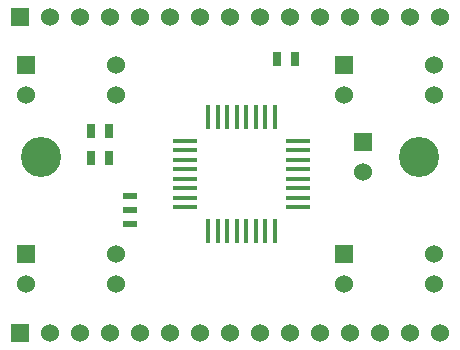
<source format=gts>
G04 (created by PCBNEW (2013-mar-13)-testing) date Mon 29 Sep 2014 05:02:38 PM PDT*
%MOIN*%
G04 Gerber Fmt 3.4, Leading zero omitted, Abs format*
%FSLAX34Y34*%
G01*
G70*
G90*
G04 APERTURE LIST*
%ADD10C,0.005906*%
%ADD11R,0.060000X0.060000*%
%ADD12C,0.060000*%
%ADD13R,0.025000X0.045000*%
%ADD14R,0.078700X0.017700*%
%ADD15R,0.017700X0.078700*%
%ADD16R,0.051200X0.019700*%
%ADD17C,0.133900*%
G04 APERTURE END LIST*
G54D10*
G54D11*
X20559Y-33425D03*
G54D12*
X21559Y-33425D03*
X22559Y-33425D03*
X23559Y-33425D03*
X24559Y-33425D03*
X25559Y-33425D03*
X26559Y-33425D03*
X27559Y-33425D03*
X28559Y-33425D03*
X29559Y-33425D03*
X30559Y-33425D03*
X31559Y-33425D03*
X32559Y-33425D03*
X33559Y-33425D03*
X34559Y-33425D03*
G54D11*
X20559Y-22893D03*
G54D12*
X21559Y-22893D03*
X22559Y-22893D03*
X23559Y-22893D03*
X24559Y-22893D03*
X25559Y-22893D03*
X26559Y-22893D03*
X27559Y-22893D03*
X28559Y-22893D03*
X29559Y-22893D03*
X30559Y-22893D03*
X31559Y-22893D03*
X32559Y-22893D03*
X33559Y-22893D03*
X34559Y-22893D03*
G54D13*
X23528Y-26692D03*
X22928Y-26692D03*
X23528Y-27598D03*
X22928Y-27598D03*
G54D14*
X26056Y-29242D03*
X26056Y-28927D03*
X26056Y-28612D03*
X26056Y-28297D03*
X26056Y-27982D03*
X26056Y-27667D03*
X26056Y-27352D03*
X26056Y-27037D03*
X29822Y-27039D03*
X29822Y-29249D03*
X29822Y-28929D03*
X29822Y-28609D03*
X29822Y-28299D03*
X29822Y-27979D03*
X29822Y-27669D03*
X29822Y-27349D03*
G54D15*
X26840Y-26249D03*
X27154Y-26249D03*
X27470Y-26249D03*
X27784Y-26249D03*
X28100Y-26249D03*
X28414Y-26249D03*
X28730Y-26249D03*
X29044Y-26249D03*
X26842Y-30029D03*
X27152Y-30029D03*
X27472Y-30029D03*
X27782Y-30029D03*
X28092Y-30029D03*
X28412Y-30029D03*
X28732Y-30029D03*
X29052Y-30029D03*
G54D13*
X29129Y-24311D03*
X29729Y-24311D03*
G54D16*
X24212Y-29330D03*
X24212Y-29802D03*
X24212Y-28858D03*
G54D11*
X32007Y-27059D03*
G54D12*
X32007Y-28059D03*
G54D17*
X21259Y-27559D03*
X33858Y-27559D03*
G54D11*
X31374Y-30799D03*
G54D12*
X34374Y-30799D03*
X31374Y-31799D03*
X34374Y-31799D03*
G54D11*
X31374Y-24500D03*
G54D12*
X34374Y-24500D03*
X31374Y-25500D03*
X34374Y-25500D03*
G54D11*
X20744Y-30799D03*
G54D12*
X23744Y-30799D03*
X20744Y-31799D03*
X23744Y-31799D03*
G54D11*
X20744Y-24500D03*
G54D12*
X23744Y-24500D03*
X20744Y-25500D03*
X23744Y-25500D03*
M02*

</source>
